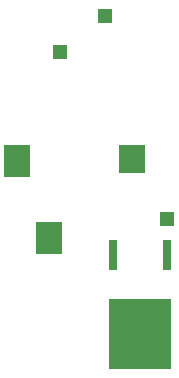
<source format=gbr>
G04 DipTrace 3.2.0.1*
G04 TopPaste.gbr*
%MOMM*%
G04 #@! TF.FileFunction,Paste,Top*
G04 #@! TF.Part,Single*
%ADD51R,5.35X5.95*%
%ADD53R,0.8X2.55*%
%ADD63R,1.3X1.3*%
%ADD67R,2.2X2.75*%
%ADD69R,2.2X2.45*%
%FSLAX35Y35*%
G04*
G71*
G90*
G75*
G01*
G04 TopPaste*
%LPD*%
D69*
X-2990460Y-513160D3*
D67*
X-3690460Y-1183160D3*
X-3960460Y-528160D3*
D63*
X-2694067Y-1021557D3*
X-3601540Y397737D3*
X-3220000Y698500D3*
D53*
X-2692027Y-1321700D3*
X-3148027D3*
D51*
X-2920027Y-1991700D3*
M02*

</source>
